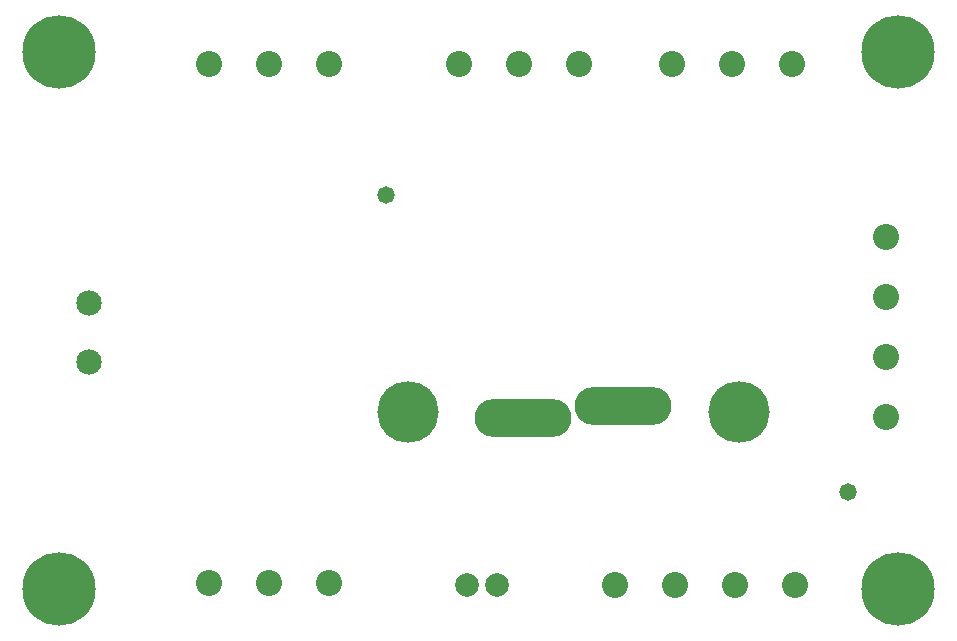
<source format=gbr>
%TF.GenerationSoftware,Altium Limited,Altium Designer,21.8.1 (53)*%
G04 Layer_Color=16711935*
%FSLAX43Y43*%
%MOMM*%
%TF.SameCoordinates,B73FB20E-E6E7-419C-BECD-306DA7CCED71*%
%TF.FilePolarity,Negative*%
%TF.FileFunction,Soldermask,Bot*%
%TF.Part,Single*%
G01*
G75*
%TA.AperFunction,ComponentPad*%
%ADD20C,2.203*%
%ADD21C,5.203*%
%ADD22O,8.203X3.203*%
%ADD23C,2.003*%
%TA.AperFunction,ViaPad*%
%ADD24C,6.203*%
%TA.AperFunction,ComponentPad*%
%ADD25C,2.153*%
%TA.AperFunction,ViaPad*%
%ADD26C,1.473*%
D20*
X66500Y49000D02*
D03*
X61420D02*
D03*
X56340D02*
D03*
X38340D02*
D03*
X43420D02*
D03*
X48500D02*
D03*
X66740Y4813D02*
D03*
X61660D02*
D03*
X56580D02*
D03*
X51500D02*
D03*
X74500Y34290D02*
D03*
Y29210D02*
D03*
Y24130D02*
D03*
Y19050D02*
D03*
X17170Y5000D02*
D03*
X22250D02*
D03*
X27330D02*
D03*
Y49000D02*
D03*
X22250D02*
D03*
X17170D02*
D03*
D21*
X62000Y19500D02*
D03*
X34000D02*
D03*
D22*
X43750Y19000D02*
D03*
X52250Y20000D02*
D03*
D23*
X41540Y4813D02*
D03*
X39000D02*
D03*
D24*
X75500Y50000D02*
D03*
Y4500D02*
D03*
X4500Y50000D02*
D03*
Y4500D02*
D03*
D25*
X6985Y23749D02*
D03*
Y28749D02*
D03*
D26*
X32131Y37846D02*
D03*
X71247Y12700D02*
D03*
%TF.MD5,76c038a8b6e71f4f2d0dd7da56be7cfd*%
M02*

</source>
